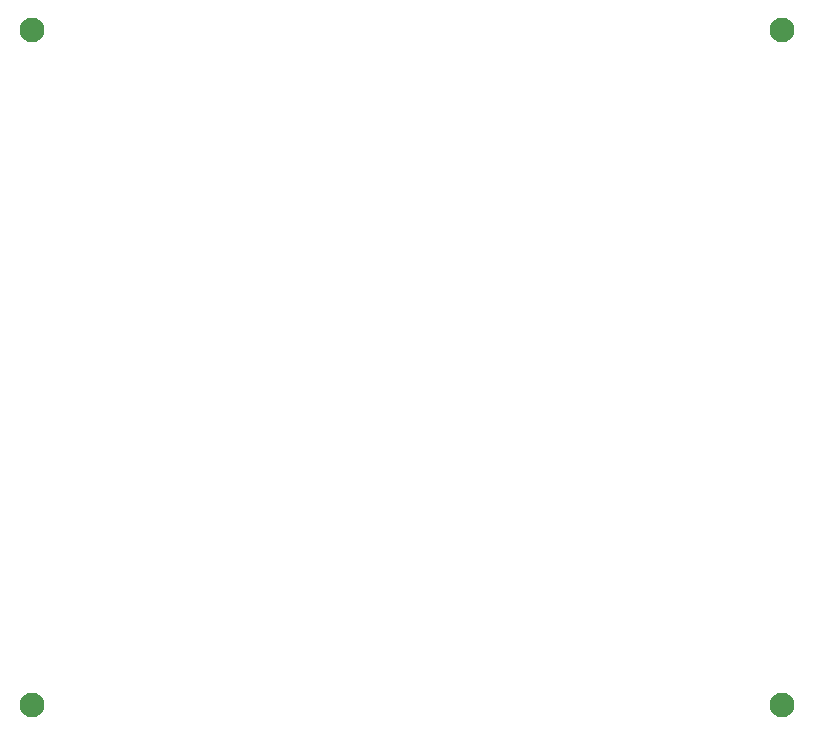
<source format=gbr>
%TF.GenerationSoftware,KiCad,Pcbnew,(5.99.0-13051-g9e760512ac)*%
%TF.CreationDate,2021-12-06T14:55:33+00:00*%
%TF.ProjectId,RF_SWITCH,52465f53-5749-4544-9348-2e6b69636164,rev?*%
%TF.SameCoordinates,Original*%
%TF.FileFunction,NonPlated,1,2,NPTH,Drill*%
%TF.FilePolarity,Positive*%
%FSLAX46Y46*%
G04 Gerber Fmt 4.6, Leading zero omitted, Abs format (unit mm)*
G04 Created by KiCad (PCBNEW (5.99.0-13051-g9e760512ac)) date 2021-12-06 14:55:33*
%MOMM*%
%LPD*%
G01*
G04 APERTURE LIST*
%TA.AperFunction,ComponentDrill*%
%ADD10C,2.100000*%
%TD*%
G04 APERTURE END LIST*
D10*
%TO.C,H1*%
X102616000Y-80772000D03*
%TO.C,H4*%
X102616000Y-137922000D03*
%TO.C,H2*%
X166116000Y-80772000D03*
%TO.C,H3*%
X166116000Y-137922000D03*
M02*

</source>
